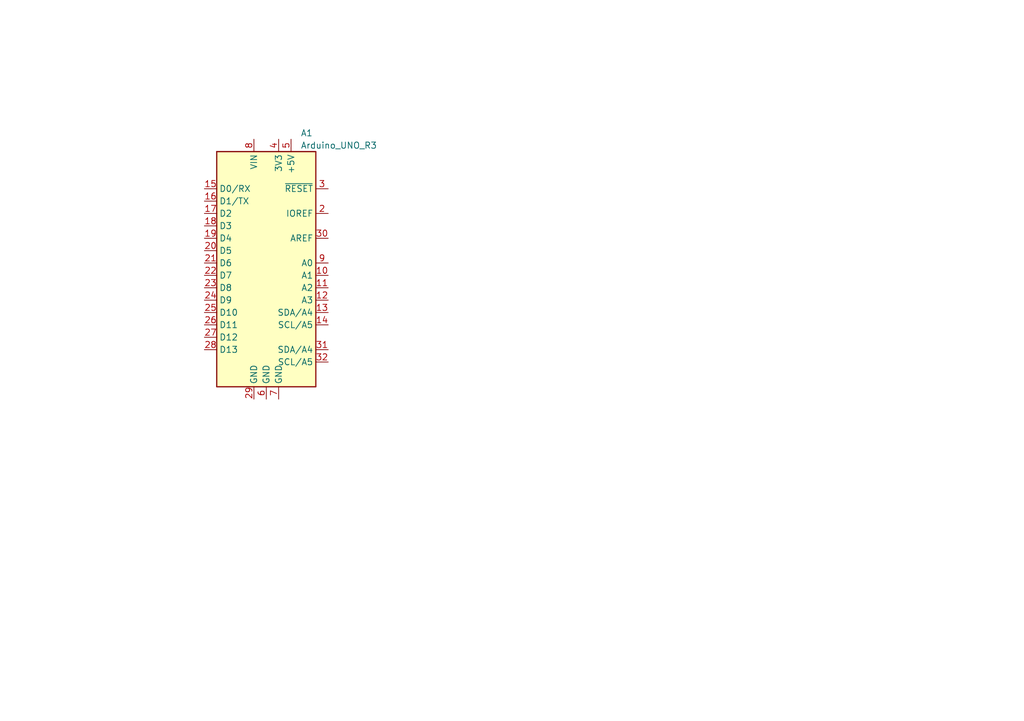
<source format=kicad_sch>
(kicad_sch (version 20230121) (generator eeschema)
  (paper "A5")
  (lib_symbols
    (symbol "MCU_Module:Arduino_UNO_R3"
      (property "Reference" "A" (at -10.16 23.495 0))
      (property "Value" "Arduino_UNO_R3" (at 5.08 -26.67 0))
      (symbol "Arduino_UNO_R3_0_1"
        (rectangle (start -10.16 22.86) (end 10.16 -25.4) (stroke (width 0.254)) (fill (type background)))
      )
      (symbol "Arduino_UNO_R3_1_1"
        (pin no_connect line (at -10.16 -20.32 0) (length 2.54) hide (name "NC") (number "1"))
        (pin bidirectional line (at 12.7 -2.54 180) (length 2.54) (name "A1") (number "10"))
        (pin bidirectional line (at 12.7 -5.08 180) (length 2.54) (name "A2") (number "11"))
        (pin bidirectional line (at 12.7 -7.62 180) (length 2.54) (name "A3") (number "12"))
        (pin bidirectional line (at 12.7 -10.16 180) (length 2.54) (name "SDA/A4") (number "13"))
        (pin bidirectional line (at 12.7 -12.7 180) (length 2.54) (name "SCL/A5") (number "14"))
        (pin bidirectional line (at -12.7 15.24 0) (length 2.54) (name "D0/RX") (number "15"))
        (pin bidirectional line (at -12.7 12.7 0) (length 2.54) (name "D1/TX") (number "16"))
        (pin bidirectional line (at -12.7 10.16 0) (length 2.54) (name "D2") (number "17"))
        (pin bidirectional line (at -12.7 7.62 0) (length 2.54) (name "D3") (number "18"))
        (pin bidirectional line (at -12.7 5.08 0) (length 2.54) (name "D4") (number "19"))
        (pin output line (at 12.7 10.16 180) (length 2.54) (name "IOREF") (number "2"))
        (pin bidirectional line (at -12.7 2.54 0) (length 2.54) (name "D5") (number "20"))
        (pin bidirectional line (at -12.7 0 0) (length 2.54) (name "D6") (number "21"))
        (pin bidirectional line (at -12.7 -2.54 0) (length 2.54) (name "D7") (number "22"))
        (pin bidirectional line (at -12.7 -5.08 0) (length 2.54) (name "D8") (number "23"))
        (pin bidirectional line (at -12.7 -7.62 0) (length 2.54) (name "D9") (number "24"))
        (pin bidirectional line (at -12.7 -10.16 0) (length 2.54) (name "D10") (number "25"))
        (pin bidirectional line (at -12.7 -12.7 0) (length 2.54) (name "D11") (number "26"))
        (pin bidirectional line (at -12.7 -15.24 0) (length 2.54) (name "D12") (number "27"))
        (pin bidirectional line (at -12.7 -17.78 0) (length 2.54) (name "D13") (number "28"))
        (pin power_in line (at -2.54 -27.94 90) (length 2.54) (name "GND") (number "29"))
        (pin input line (at 12.7 15.24 180) (length 2.54) (name "~{RESET}") (number "3"))
        (pin input line (at 12.7 5.08 180) (length 2.54) (name "AREF") (number "30"))
        (pin bidirectional line (at 12.7 -17.78 180) (length 2.54) (name "SDA/A4") (number "31"))
        (pin bidirectional line (at 12.7 -20.32 180) (length 2.54) (name "SCL/A5") (number "32"))
        (pin power_out line (at 2.54 25.4 270) (length 2.54) (name "3V3") (number "4"))
        (pin power_out line (at 5.08 25.4 270) (length 2.54) (name "+5V") (number "5"))
        (pin power_in line (at 0 -27.94 90) (length 2.54) (name "GND") (number "6"))
        (pin power_in line (at 2.54 -27.94 90) (length 2.54) (name "GND") (number "7"))
        (pin power_in line (at -2.54 25.4 270) (length 2.54) (name "VIN") (number "8"))
        (pin bidirectional line (at 12.7 0 180) (length 2.54) (name "A0") (number "9"))
      )
    )
  )
  (symbol (lib_id "MCU_Module:Arduino_UNO_R3") (at 54.61 53.975 0) (unit 1)
    (property "Reference" "A1" (at 61.6459 27.305 0) (effects (justify left)))
    (property "Value" "Arduino_UNO_R3" (at 61.6459 29.845 0) (effects (justify left)))
    (property "Footprint" "Module:Arduino_UNO_R3" (effects hide))
    (property "Datasheet" "https://www.arduino.cc/en/Main/arduinoBoardUno" (effects hide))
  )
)
</source>
